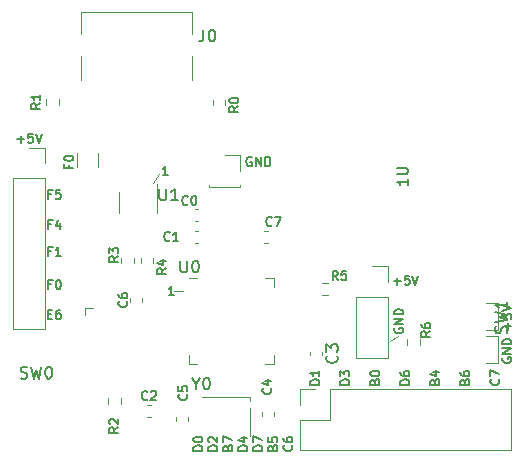
<source format=gbr>
G04 #@! TF.GenerationSoftware,KiCad,Pcbnew,(5.1.9)-1*
G04 #@! TF.CreationDate,2021-03-27T09:55:19-04:00*
G04 #@! TF.ProjectId,atmega32u4_demo,61746d65-6761-4333-9275-345f64656d6f,rev?*
G04 #@! TF.SameCoordinates,Original*
G04 #@! TF.FileFunction,Legend,Top*
G04 #@! TF.FilePolarity,Positive*
%FSLAX46Y46*%
G04 Gerber Fmt 4.6, Leading zero omitted, Abs format (unit mm)*
G04 Created by KiCad (PCBNEW (5.1.9)-1) date 2021-03-27 09:55:19*
%MOMM*%
%LPD*%
G01*
G04 APERTURE LIST*
%ADD10C,0.152400*%
%ADD11C,0.120000*%
%ADD12C,0.150000*%
%ADD13C,0.100000*%
%ADD14C,1.350000*%
%ADD15R,1.700000X1.700000*%
%ADD16O,1.700000X1.700000*%
%ADD17C,4.101600*%
%ADD18C,3.101600*%
%ADD19C,1.901600*%
%ADD20R,1.400000X1.200000*%
%ADD21R,0.650000X1.060000*%
%ADD22R,5.200000X5.200000*%
%ADD23R,0.600000X1.450000*%
%ADD24R,0.300000X1.450000*%
%ADD25O,1.000000X2.100000*%
%ADD26C,0.650000*%
%ADD27O,1.000000X1.600000*%
%ADD28C,0.787400*%
%ADD29C,0.990600*%
G04 APERTURE END LIST*
D10*
X185060045Y-86198528D02*
X185640617Y-86198528D01*
X185350331Y-86488814D02*
X185350331Y-85908242D01*
X186366331Y-85726814D02*
X186003474Y-85726814D01*
X185967188Y-86089671D01*
X186003474Y-86053385D01*
X186076045Y-86017100D01*
X186257474Y-86017100D01*
X186330045Y-86053385D01*
X186366331Y-86089671D01*
X186402617Y-86162242D01*
X186402617Y-86343671D01*
X186366331Y-86416242D01*
X186330045Y-86452528D01*
X186257474Y-86488814D01*
X186076045Y-86488814D01*
X186003474Y-86452528D01*
X185967188Y-86416242D01*
X186620331Y-85726814D02*
X186874331Y-86488814D01*
X187128331Y-85726814D01*
X208298142Y-112141000D02*
X208334428Y-112177285D01*
X208370714Y-112286142D01*
X208370714Y-112358714D01*
X208334428Y-112467571D01*
X208261857Y-112540142D01*
X208189285Y-112576428D01*
X208044142Y-112612714D01*
X207935285Y-112612714D01*
X207790142Y-112576428D01*
X207717571Y-112540142D01*
X207645000Y-112467571D01*
X207608714Y-112358714D01*
X207608714Y-112286142D01*
X207645000Y-112177285D01*
X207681285Y-112141000D01*
X207608714Y-111487857D02*
X207608714Y-111633000D01*
X207645000Y-111705571D01*
X207681285Y-111741857D01*
X207790142Y-111814428D01*
X207935285Y-111850714D01*
X208225571Y-111850714D01*
X208298142Y-111814428D01*
X208334428Y-111778142D01*
X208370714Y-111705571D01*
X208370714Y-111560428D01*
X208334428Y-111487857D01*
X208298142Y-111451571D01*
X208225571Y-111415285D01*
X208044142Y-111415285D01*
X207971571Y-111451571D01*
X207935285Y-111487857D01*
X207899000Y-111560428D01*
X207899000Y-111705571D01*
X207935285Y-111778142D01*
X207971571Y-111814428D01*
X208044142Y-111850714D01*
X206701571Y-112322428D02*
X206737857Y-112213571D01*
X206774142Y-112177285D01*
X206846714Y-112141000D01*
X206955571Y-112141000D01*
X207028142Y-112177285D01*
X207064428Y-112213571D01*
X207100714Y-112286142D01*
X207100714Y-112576428D01*
X206338714Y-112576428D01*
X206338714Y-112322428D01*
X206375000Y-112249857D01*
X206411285Y-112213571D01*
X206483857Y-112177285D01*
X206556428Y-112177285D01*
X206629000Y-112213571D01*
X206665285Y-112249857D01*
X206701571Y-112322428D01*
X206701571Y-112576428D01*
X206338714Y-111451571D02*
X206338714Y-111814428D01*
X206701571Y-111850714D01*
X206665285Y-111814428D01*
X206629000Y-111741857D01*
X206629000Y-111560428D01*
X206665285Y-111487857D01*
X206701571Y-111451571D01*
X206774142Y-111415285D01*
X206955571Y-111415285D01*
X207028142Y-111451571D01*
X207064428Y-111487857D01*
X207100714Y-111560428D01*
X207100714Y-111741857D01*
X207064428Y-111814428D01*
X207028142Y-111850714D01*
X205830714Y-112576428D02*
X205068714Y-112576428D01*
X205068714Y-112395000D01*
X205105000Y-112286142D01*
X205177571Y-112213571D01*
X205250142Y-112177285D01*
X205395285Y-112141000D01*
X205504142Y-112141000D01*
X205649285Y-112177285D01*
X205721857Y-112213571D01*
X205794428Y-112286142D01*
X205830714Y-112395000D01*
X205830714Y-112576428D01*
X205068714Y-111887000D02*
X205068714Y-111379000D01*
X205830714Y-111705571D01*
X204560714Y-112576428D02*
X203798714Y-112576428D01*
X203798714Y-112395000D01*
X203835000Y-112286142D01*
X203907571Y-112213571D01*
X203980142Y-112177285D01*
X204125285Y-112141000D01*
X204234142Y-112141000D01*
X204379285Y-112177285D01*
X204451857Y-112213571D01*
X204524428Y-112286142D01*
X204560714Y-112395000D01*
X204560714Y-112576428D01*
X204052714Y-111487857D02*
X204560714Y-111487857D01*
X203762428Y-111669285D02*
X204306714Y-111850714D01*
X204306714Y-111379000D01*
X202891571Y-112322428D02*
X202927857Y-112213571D01*
X202964142Y-112177285D01*
X203036714Y-112141000D01*
X203145571Y-112141000D01*
X203218142Y-112177285D01*
X203254428Y-112213571D01*
X203290714Y-112286142D01*
X203290714Y-112576428D01*
X202528714Y-112576428D01*
X202528714Y-112322428D01*
X202565000Y-112249857D01*
X202601285Y-112213571D01*
X202673857Y-112177285D01*
X202746428Y-112177285D01*
X202819000Y-112213571D01*
X202855285Y-112249857D01*
X202891571Y-112322428D01*
X202891571Y-112576428D01*
X202528714Y-111887000D02*
X202528714Y-111379000D01*
X203290714Y-111705571D01*
X202020714Y-112576428D02*
X201258714Y-112576428D01*
X201258714Y-112395000D01*
X201295000Y-112286142D01*
X201367571Y-112213571D01*
X201440142Y-112177285D01*
X201585285Y-112141000D01*
X201694142Y-112141000D01*
X201839285Y-112177285D01*
X201911857Y-112213571D01*
X201984428Y-112286142D01*
X202020714Y-112395000D01*
X202020714Y-112576428D01*
X201331285Y-111850714D02*
X201295000Y-111814428D01*
X201258714Y-111741857D01*
X201258714Y-111560428D01*
X201295000Y-111487857D01*
X201331285Y-111451571D01*
X201403857Y-111415285D01*
X201476428Y-111415285D01*
X201585285Y-111451571D01*
X202020714Y-111887000D01*
X202020714Y-111415285D01*
X200750714Y-112576428D02*
X199988714Y-112576428D01*
X199988714Y-112395000D01*
X200025000Y-112286142D01*
X200097571Y-112213571D01*
X200170142Y-112177285D01*
X200315285Y-112141000D01*
X200424142Y-112141000D01*
X200569285Y-112177285D01*
X200641857Y-112213571D01*
X200714428Y-112286142D01*
X200750714Y-112395000D01*
X200750714Y-112576428D01*
X199988714Y-111669285D02*
X199988714Y-111596714D01*
X200025000Y-111524142D01*
X200061285Y-111487857D01*
X200133857Y-111451571D01*
X200279000Y-111415285D01*
X200460428Y-111415285D01*
X200605571Y-111451571D01*
X200678142Y-111487857D01*
X200714428Y-111524142D01*
X200750714Y-111596714D01*
X200750714Y-111669285D01*
X200714428Y-111741857D01*
X200678142Y-111778142D01*
X200605571Y-111814428D01*
X200460428Y-111850714D01*
X200279000Y-111850714D01*
X200133857Y-111814428D01*
X200061285Y-111778142D01*
X200025000Y-111741857D01*
X199988714Y-111669285D01*
X215337571Y-106734428D02*
X215373857Y-106625571D01*
X215410142Y-106589285D01*
X215482714Y-106553000D01*
X215591571Y-106553000D01*
X215664142Y-106589285D01*
X215700428Y-106625571D01*
X215736714Y-106698142D01*
X215736714Y-106988428D01*
X214974714Y-106988428D01*
X214974714Y-106734428D01*
X215011000Y-106661857D01*
X215047285Y-106625571D01*
X215119857Y-106589285D01*
X215192428Y-106589285D01*
X215265000Y-106625571D01*
X215301285Y-106661857D01*
X215337571Y-106734428D01*
X215337571Y-106988428D01*
X214974714Y-106081285D02*
X214974714Y-106008714D01*
X215011000Y-105936142D01*
X215047285Y-105899857D01*
X215119857Y-105863571D01*
X215265000Y-105827285D01*
X215446428Y-105827285D01*
X215591571Y-105863571D01*
X215664142Y-105899857D01*
X215700428Y-105936142D01*
X215736714Y-106008714D01*
X215736714Y-106081285D01*
X215700428Y-106153857D01*
X215664142Y-106190142D01*
X215591571Y-106226428D01*
X215446428Y-106262714D01*
X215265000Y-106262714D01*
X215119857Y-106226428D01*
X215047285Y-106190142D01*
X215011000Y-106153857D01*
X214974714Y-106081285D01*
X226187000Y-104720571D02*
X226150714Y-104793142D01*
X226150714Y-104902000D01*
X226187000Y-105010857D01*
X226259571Y-105083428D01*
X226332142Y-105119714D01*
X226477285Y-105156000D01*
X226586142Y-105156000D01*
X226731285Y-105119714D01*
X226803857Y-105083428D01*
X226876428Y-105010857D01*
X226912714Y-104902000D01*
X226912714Y-104829428D01*
X226876428Y-104720571D01*
X226840142Y-104684285D01*
X226586142Y-104684285D01*
X226586142Y-104829428D01*
X226912714Y-104357714D02*
X226150714Y-104357714D01*
X226912714Y-103922285D01*
X226150714Y-103922285D01*
X226912714Y-103559428D02*
X226150714Y-103559428D01*
X226150714Y-103378000D01*
X226187000Y-103269142D01*
X226259571Y-103196571D01*
X226332142Y-103160285D01*
X226477285Y-103124000D01*
X226586142Y-103124000D01*
X226731285Y-103160285D01*
X226803857Y-103196571D01*
X226876428Y-103269142D01*
X226912714Y-103378000D01*
X226912714Y-103559428D01*
X226622428Y-102325714D02*
X226622428Y-101745142D01*
X226912714Y-102035428D02*
X226332142Y-102035428D01*
X226150714Y-101019428D02*
X226150714Y-101382285D01*
X226513571Y-101418571D01*
X226477285Y-101382285D01*
X226441000Y-101309714D01*
X226441000Y-101128285D01*
X226477285Y-101055714D01*
X226513571Y-101019428D01*
X226586142Y-100983142D01*
X226767571Y-100983142D01*
X226840142Y-101019428D01*
X226876428Y-101055714D01*
X226912714Y-101128285D01*
X226912714Y-101309714D01*
X226876428Y-101382285D01*
X226840142Y-101418571D01*
X226150714Y-100765428D02*
X226912714Y-100511428D01*
X226150714Y-100257428D01*
D11*
X225806000Y-100076000D02*
X224790000Y-100076000D01*
X225806000Y-102362000D02*
X225806000Y-100076000D01*
X224790000Y-102362000D02*
X225806000Y-102362000D01*
X225806000Y-102870000D02*
X224790000Y-102870000D01*
X225806000Y-105156000D02*
X225806000Y-102870000D01*
X224790000Y-105156000D02*
X225806000Y-105156000D01*
D10*
X225824142Y-106553000D02*
X225860428Y-106589285D01*
X225896714Y-106698142D01*
X225896714Y-106770714D01*
X225860428Y-106879571D01*
X225787857Y-106952142D01*
X225715285Y-106988428D01*
X225570142Y-107024714D01*
X225461285Y-107024714D01*
X225316142Y-106988428D01*
X225243571Y-106952142D01*
X225171000Y-106879571D01*
X225134714Y-106770714D01*
X225134714Y-106698142D01*
X225171000Y-106589285D01*
X225207285Y-106553000D01*
X225134714Y-106299000D02*
X225134714Y-105791000D01*
X225896714Y-106117571D01*
X222957571Y-106734428D02*
X222993857Y-106625571D01*
X223030142Y-106589285D01*
X223102714Y-106553000D01*
X223211571Y-106553000D01*
X223284142Y-106589285D01*
X223320428Y-106625571D01*
X223356714Y-106698142D01*
X223356714Y-106988428D01*
X222594714Y-106988428D01*
X222594714Y-106734428D01*
X222631000Y-106661857D01*
X222667285Y-106625571D01*
X222739857Y-106589285D01*
X222812428Y-106589285D01*
X222885000Y-106625571D01*
X222921285Y-106661857D01*
X222957571Y-106734428D01*
X222957571Y-106988428D01*
X222594714Y-105899857D02*
X222594714Y-106045000D01*
X222631000Y-106117571D01*
X222667285Y-106153857D01*
X222776142Y-106226428D01*
X222921285Y-106262714D01*
X223211571Y-106262714D01*
X223284142Y-106226428D01*
X223320428Y-106190142D01*
X223356714Y-106117571D01*
X223356714Y-105972428D01*
X223320428Y-105899857D01*
X223284142Y-105863571D01*
X223211571Y-105827285D01*
X223030142Y-105827285D01*
X222957571Y-105863571D01*
X222921285Y-105899857D01*
X222885000Y-105972428D01*
X222885000Y-106117571D01*
X222921285Y-106190142D01*
X222957571Y-106226428D01*
X223030142Y-106262714D01*
X220417571Y-106734428D02*
X220453857Y-106625571D01*
X220490142Y-106589285D01*
X220562714Y-106553000D01*
X220671571Y-106553000D01*
X220744142Y-106589285D01*
X220780428Y-106625571D01*
X220816714Y-106698142D01*
X220816714Y-106988428D01*
X220054714Y-106988428D01*
X220054714Y-106734428D01*
X220091000Y-106661857D01*
X220127285Y-106625571D01*
X220199857Y-106589285D01*
X220272428Y-106589285D01*
X220345000Y-106625571D01*
X220381285Y-106661857D01*
X220417571Y-106734428D01*
X220417571Y-106988428D01*
X220308714Y-105899857D02*
X220816714Y-105899857D01*
X220018428Y-106081285D02*
X220562714Y-106262714D01*
X220562714Y-105791000D01*
X218276714Y-106988428D02*
X217514714Y-106988428D01*
X217514714Y-106807000D01*
X217551000Y-106698142D01*
X217623571Y-106625571D01*
X217696142Y-106589285D01*
X217841285Y-106553000D01*
X217950142Y-106553000D01*
X218095285Y-106589285D01*
X218167857Y-106625571D01*
X218240428Y-106698142D01*
X218276714Y-106807000D01*
X218276714Y-106988428D01*
X217514714Y-105899857D02*
X217514714Y-106045000D01*
X217551000Y-106117571D01*
X217587285Y-106153857D01*
X217696142Y-106226428D01*
X217841285Y-106262714D01*
X218131571Y-106262714D01*
X218204142Y-106226428D01*
X218240428Y-106190142D01*
X218276714Y-106117571D01*
X218276714Y-105972428D01*
X218240428Y-105899857D01*
X218204142Y-105863571D01*
X218131571Y-105827285D01*
X217950142Y-105827285D01*
X217877571Y-105863571D01*
X217841285Y-105899857D01*
X217805000Y-105972428D01*
X217805000Y-106117571D01*
X217841285Y-106190142D01*
X217877571Y-106226428D01*
X217950142Y-106262714D01*
X213196714Y-106988428D02*
X212434714Y-106988428D01*
X212434714Y-106807000D01*
X212471000Y-106698142D01*
X212543571Y-106625571D01*
X212616142Y-106589285D01*
X212761285Y-106553000D01*
X212870142Y-106553000D01*
X213015285Y-106589285D01*
X213087857Y-106625571D01*
X213160428Y-106698142D01*
X213196714Y-106807000D01*
X213196714Y-106988428D01*
X212434714Y-106299000D02*
X212434714Y-105827285D01*
X212725000Y-106081285D01*
X212725000Y-105972428D01*
X212761285Y-105899857D01*
X212797571Y-105863571D01*
X212870142Y-105827285D01*
X213051571Y-105827285D01*
X213124142Y-105863571D01*
X213160428Y-105899857D01*
X213196714Y-105972428D01*
X213196714Y-106190142D01*
X213160428Y-106262714D01*
X213124142Y-106299000D01*
X210656714Y-106988428D02*
X209894714Y-106988428D01*
X209894714Y-106807000D01*
X209931000Y-106698142D01*
X210003571Y-106625571D01*
X210076142Y-106589285D01*
X210221285Y-106553000D01*
X210330142Y-106553000D01*
X210475285Y-106589285D01*
X210547857Y-106625571D01*
X210620428Y-106698142D01*
X210656714Y-106807000D01*
X210656714Y-106988428D01*
X210656714Y-105827285D02*
X210656714Y-106262714D01*
X210656714Y-106045000D02*
X209894714Y-106045000D01*
X210003571Y-106117571D01*
X210076142Y-106190142D01*
X210112428Y-106262714D01*
X204905428Y-87757000D02*
X204832857Y-87720714D01*
X204724000Y-87720714D01*
X204615142Y-87757000D01*
X204542571Y-87829571D01*
X204506285Y-87902142D01*
X204470000Y-88047285D01*
X204470000Y-88156142D01*
X204506285Y-88301285D01*
X204542571Y-88373857D01*
X204615142Y-88446428D01*
X204724000Y-88482714D01*
X204796571Y-88482714D01*
X204905428Y-88446428D01*
X204941714Y-88410142D01*
X204941714Y-88156142D01*
X204796571Y-88156142D01*
X205268285Y-88482714D02*
X205268285Y-87720714D01*
X205703714Y-88482714D01*
X205703714Y-87720714D01*
X206066571Y-88482714D02*
X206066571Y-87720714D01*
X206248000Y-87720714D01*
X206356857Y-87757000D01*
X206429428Y-87829571D01*
X206465714Y-87902142D01*
X206502000Y-88047285D01*
X206502000Y-88156142D01*
X206465714Y-88301285D01*
X206429428Y-88373857D01*
X206356857Y-88446428D01*
X206248000Y-88482714D01*
X206066571Y-88482714D01*
D11*
X196596000Y-89916000D02*
X197104000Y-89154000D01*
D10*
X197829714Y-89244714D02*
X197394285Y-89244714D01*
X197612000Y-89244714D02*
X197612000Y-88482714D01*
X197539428Y-88591571D01*
X197466857Y-88664142D01*
X197394285Y-88700428D01*
D11*
X199136000Y-99060000D02*
X198374000Y-99060000D01*
D10*
X198337714Y-99404714D02*
X197902285Y-99404714D01*
X198120000Y-99404714D02*
X198120000Y-98642714D01*
X198047428Y-98751571D01*
X197974857Y-98824142D01*
X197902285Y-98860428D01*
D11*
X217297000Y-102844600D02*
X216585800Y-103301800D01*
D10*
X217017600Y-102205971D02*
X216981314Y-102278542D01*
X216981314Y-102387400D01*
X217017600Y-102496257D01*
X217090171Y-102568828D01*
X217162742Y-102605114D01*
X217307885Y-102641400D01*
X217416742Y-102641400D01*
X217561885Y-102605114D01*
X217634457Y-102568828D01*
X217707028Y-102496257D01*
X217743314Y-102387400D01*
X217743314Y-102314828D01*
X217707028Y-102205971D01*
X217670742Y-102169685D01*
X217416742Y-102169685D01*
X217416742Y-102314828D01*
X217743314Y-101843114D02*
X216981314Y-101843114D01*
X217743314Y-101407685D01*
X216981314Y-101407685D01*
X217743314Y-101044828D02*
X216981314Y-101044828D01*
X216981314Y-100863400D01*
X217017600Y-100754542D01*
X217090171Y-100681971D01*
X217162742Y-100645685D01*
X217307885Y-100609400D01*
X217416742Y-100609400D01*
X217561885Y-100645685D01*
X217634457Y-100681971D01*
X217707028Y-100754542D01*
X217743314Y-100863400D01*
X217743314Y-101044828D01*
X216952285Y-98250828D02*
X217532857Y-98250828D01*
X217242571Y-98541114D02*
X217242571Y-97960542D01*
X218258571Y-97779114D02*
X217895714Y-97779114D01*
X217859428Y-98141971D01*
X217895714Y-98105685D01*
X217968285Y-98069400D01*
X218149714Y-98069400D01*
X218222285Y-98105685D01*
X218258571Y-98141971D01*
X218294857Y-98214542D01*
X218294857Y-98395971D01*
X218258571Y-98468542D01*
X218222285Y-98504828D01*
X218149714Y-98541114D01*
X217968285Y-98541114D01*
X217895714Y-98504828D01*
X217859428Y-98468542D01*
X218512571Y-97779114D02*
X218766571Y-98541114D01*
X219020571Y-97779114D01*
X187687857Y-101037571D02*
X187941857Y-101037571D01*
X188050714Y-101436714D02*
X187687857Y-101436714D01*
X187687857Y-100674714D01*
X188050714Y-100674714D01*
X188703857Y-100674714D02*
X188558714Y-100674714D01*
X188486142Y-100711000D01*
X188449857Y-100747285D01*
X188377285Y-100856142D01*
X188341000Y-101001285D01*
X188341000Y-101291571D01*
X188377285Y-101364142D01*
X188413571Y-101400428D01*
X188486142Y-101436714D01*
X188631285Y-101436714D01*
X188703857Y-101400428D01*
X188740142Y-101364142D01*
X188776428Y-101291571D01*
X188776428Y-101110142D01*
X188740142Y-101037571D01*
X188703857Y-101001285D01*
X188631285Y-100965000D01*
X188486142Y-100965000D01*
X188413571Y-101001285D01*
X188377285Y-101037571D01*
X188341000Y-101110142D01*
X187960000Y-98497571D02*
X187706000Y-98497571D01*
X187706000Y-98896714D02*
X187706000Y-98134714D01*
X188068857Y-98134714D01*
X188504285Y-98134714D02*
X188576857Y-98134714D01*
X188649428Y-98171000D01*
X188685714Y-98207285D01*
X188722000Y-98279857D01*
X188758285Y-98425000D01*
X188758285Y-98606428D01*
X188722000Y-98751571D01*
X188685714Y-98824142D01*
X188649428Y-98860428D01*
X188576857Y-98896714D01*
X188504285Y-98896714D01*
X188431714Y-98860428D01*
X188395428Y-98824142D01*
X188359142Y-98751571D01*
X188322857Y-98606428D01*
X188322857Y-98425000D01*
X188359142Y-98279857D01*
X188395428Y-98207285D01*
X188431714Y-98171000D01*
X188504285Y-98134714D01*
X187960000Y-95703571D02*
X187706000Y-95703571D01*
X187706000Y-96102714D02*
X187706000Y-95340714D01*
X188068857Y-95340714D01*
X188758285Y-96102714D02*
X188322857Y-96102714D01*
X188540571Y-96102714D02*
X188540571Y-95340714D01*
X188468000Y-95449571D01*
X188395428Y-95522142D01*
X188322857Y-95558428D01*
X187960000Y-93417571D02*
X187706000Y-93417571D01*
X187706000Y-93816714D02*
X187706000Y-93054714D01*
X188068857Y-93054714D01*
X188685714Y-93308714D02*
X188685714Y-93816714D01*
X188504285Y-93018428D02*
X188322857Y-93562714D01*
X188794571Y-93562714D01*
X187960000Y-90877571D02*
X187706000Y-90877571D01*
X187706000Y-91276714D02*
X187706000Y-90514714D01*
X188068857Y-90514714D01*
X188722000Y-90514714D02*
X188359142Y-90514714D01*
X188322857Y-90877571D01*
X188359142Y-90841285D01*
X188431714Y-90805000D01*
X188613142Y-90805000D01*
X188685714Y-90841285D01*
X188722000Y-90877571D01*
X188758285Y-90950142D01*
X188758285Y-91131571D01*
X188722000Y-91204142D01*
X188685714Y-91240428D01*
X188613142Y-91276714D01*
X188431714Y-91276714D01*
X188359142Y-91240428D01*
X188322857Y-91204142D01*
D11*
X202615800Y-87570000D02*
X203945800Y-87570000D01*
X203945800Y-87570000D02*
X203945800Y-88900000D01*
X203945800Y-90110000D02*
X203945800Y-90230000D01*
X201285800Y-90110000D02*
X201285800Y-90230000D01*
X201285800Y-90230000D02*
X203945800Y-90230000D01*
X208982000Y-108686600D02*
X208982000Y-107356600D01*
X208982000Y-107356600D02*
X210312000Y-107356600D01*
X208982000Y-109956600D02*
X211582000Y-109956600D01*
X211582000Y-109956600D02*
X211582000Y-107356600D01*
X211582000Y-107356600D02*
X226882000Y-107356600D01*
X226882000Y-112556600D02*
X226882000Y-107356600D01*
X208982000Y-112556600D02*
X226882000Y-112556600D01*
X208982000Y-112556600D02*
X208982000Y-109956600D01*
X186055000Y-86935000D02*
X187385000Y-86935000D01*
X187385000Y-86935000D02*
X187385000Y-88265000D01*
X187385000Y-89535000D02*
X187385000Y-102295000D01*
X184725000Y-102295000D02*
X187385000Y-102295000D01*
X184725000Y-89535000D02*
X184725000Y-102295000D01*
X184725000Y-89535000D02*
X187385000Y-89535000D01*
X218095300Y-103166142D02*
X218095300Y-103640658D01*
X219140300Y-103166142D02*
X219140300Y-103640658D01*
X206261580Y-93952600D02*
X205980420Y-93952600D01*
X206261580Y-94972600D02*
X205980420Y-94972600D01*
X204742800Y-108052600D02*
X200742800Y-108052600D01*
X204742800Y-111352600D02*
X204742800Y-108052600D01*
X196859800Y-92492400D02*
X196859800Y-90042400D01*
X193639800Y-90692400D02*
X193639800Y-92492400D01*
X200315000Y-97990000D02*
X199590000Y-97990000D01*
X206810000Y-105210000D02*
X206810000Y-104485000D01*
X206085000Y-105210000D02*
X206810000Y-105210000D01*
X199590000Y-105210000D02*
X199590000Y-104485000D01*
X200315000Y-105210000D02*
X199590000Y-105210000D01*
X206810000Y-97990000D02*
X206810000Y-98715000D01*
X206085000Y-97990000D02*
X206810000Y-97990000D01*
X211336658Y-98385100D02*
X210862142Y-98385100D01*
X211336658Y-99430100D02*
X210862142Y-99430100D01*
X196585100Y-96731858D02*
X196585100Y-96257342D01*
X195540100Y-96731858D02*
X195540100Y-96257342D01*
X194934100Y-96731858D02*
X194934100Y-96257342D01*
X193889100Y-96731858D02*
X193889100Y-96257342D01*
X193816500Y-108593658D02*
X193816500Y-108119142D01*
X192771500Y-108593658D02*
X192771500Y-108119142D01*
X187539100Y-82846142D02*
X187539100Y-83320658D01*
X188584100Y-82846142D02*
X188584100Y-83320658D01*
X201636100Y-82871542D02*
X201636100Y-83346058D01*
X202681100Y-82871542D02*
X202681100Y-83346058D01*
X215087200Y-96968000D02*
X216417200Y-96968000D01*
X216417200Y-96968000D02*
X216417200Y-98298000D01*
X216417200Y-99568000D02*
X216417200Y-104708000D01*
X213757200Y-104708000D02*
X216417200Y-104708000D01*
X213757200Y-99568000D02*
X213757200Y-104708000D01*
X213757200Y-99568000D02*
X216417200Y-99568000D01*
X199899000Y-75398800D02*
X190499000Y-75398800D01*
X190499000Y-81198800D02*
X190499000Y-79198800D01*
X190499000Y-77298800D02*
X190499000Y-75398800D01*
X199899000Y-81198800D02*
X199899000Y-79198800D01*
X199899000Y-77298800D02*
X199899000Y-75398800D01*
X190804800Y-101117400D02*
X190804800Y-100482400D01*
X190804800Y-100482400D02*
X191439800Y-100482400D01*
X191915000Y-88587664D02*
X191915000Y-87383536D01*
X190095000Y-88587664D02*
X190095000Y-87383536D01*
X195607400Y-99962580D02*
X195607400Y-99681420D01*
X194587400Y-99962580D02*
X194587400Y-99681420D01*
X199544400Y-110046380D02*
X199544400Y-109765220D01*
X198524400Y-110046380D02*
X198524400Y-109765220D01*
X205763400Y-109333420D02*
X205763400Y-109614580D01*
X206783400Y-109333420D02*
X206783400Y-109614580D01*
X209827400Y-104228020D02*
X209827400Y-104509180D01*
X210847400Y-104228020D02*
X210847400Y-104509180D01*
X196074420Y-109704600D02*
X196355580Y-109704600D01*
X196074420Y-108684600D02*
X196355580Y-108684600D01*
X200113020Y-94972600D02*
X200394180Y-94972600D01*
X200113020Y-93952600D02*
X200394180Y-93952600D01*
X200087620Y-93169200D02*
X200368780Y-93169200D01*
X200087620Y-92149200D02*
X200368780Y-92149200D01*
D12*
X226490161Y-102628533D02*
X226537780Y-102485676D01*
X226537780Y-102247580D01*
X226490161Y-102152342D01*
X226442542Y-102104723D01*
X226347304Y-102057104D01*
X226252066Y-102057104D01*
X226156828Y-102104723D01*
X226109209Y-102152342D01*
X226061590Y-102247580D01*
X226013971Y-102438057D01*
X225966352Y-102533295D01*
X225918733Y-102580914D01*
X225823495Y-102628533D01*
X225728257Y-102628533D01*
X225633019Y-102580914D01*
X225585400Y-102533295D01*
X225537780Y-102438057D01*
X225537780Y-102199961D01*
X225585400Y-102057104D01*
X225537780Y-101723771D02*
X226537780Y-101485676D01*
X225823495Y-101295200D01*
X226537780Y-101104723D01*
X225537780Y-100866628D01*
X226537780Y-99961866D02*
X226537780Y-100533295D01*
X226537780Y-100247580D02*
X225537780Y-100247580D01*
X225680638Y-100342819D01*
X225775876Y-100438057D01*
X225823495Y-100533295D01*
D10*
X220054714Y-102489000D02*
X219691857Y-102743000D01*
X220054714Y-102924428D02*
X219292714Y-102924428D01*
X219292714Y-102634142D01*
X219329000Y-102561571D01*
X219365285Y-102525285D01*
X219437857Y-102489000D01*
X219546714Y-102489000D01*
X219619285Y-102525285D01*
X219655571Y-102561571D01*
X219691857Y-102634142D01*
X219691857Y-102924428D01*
X219292714Y-101835857D02*
X219292714Y-101981000D01*
X219329000Y-102053571D01*
X219365285Y-102089857D01*
X219474142Y-102162428D01*
X219619285Y-102198714D01*
X219909571Y-102198714D01*
X219982142Y-102162428D01*
X220018428Y-102126142D01*
X220054714Y-102053571D01*
X220054714Y-101908428D01*
X220018428Y-101835857D01*
X219982142Y-101799571D01*
X219909571Y-101763285D01*
X219728142Y-101763285D01*
X219655571Y-101799571D01*
X219619285Y-101835857D01*
X219583000Y-101908428D01*
X219583000Y-102053571D01*
X219619285Y-102126142D01*
X219655571Y-102162428D01*
X219728142Y-102198714D01*
X218130966Y-89540926D02*
X218130966Y-90048926D01*
X218130966Y-89794926D02*
X217241966Y-89794926D01*
X217368966Y-89879593D01*
X217453633Y-89964260D01*
X217495966Y-90048926D01*
X217241966Y-89159926D02*
X217961633Y-89159926D01*
X218046300Y-89117593D01*
X218088633Y-89075260D01*
X218130966Y-88990593D01*
X218130966Y-88821260D01*
X218088633Y-88736593D01*
X218046300Y-88694260D01*
X217961633Y-88651926D01*
X217241966Y-88651926D01*
D12*
X185356666Y-106424361D02*
X185499523Y-106471980D01*
X185737619Y-106471980D01*
X185832857Y-106424361D01*
X185880476Y-106376742D01*
X185928095Y-106281504D01*
X185928095Y-106186266D01*
X185880476Y-106091028D01*
X185832857Y-106043409D01*
X185737619Y-105995790D01*
X185547142Y-105948171D01*
X185451904Y-105900552D01*
X185404285Y-105852933D01*
X185356666Y-105757695D01*
X185356666Y-105662457D01*
X185404285Y-105567219D01*
X185451904Y-105519600D01*
X185547142Y-105471980D01*
X185785238Y-105471980D01*
X185928095Y-105519600D01*
X186261428Y-105471980D02*
X186499523Y-106471980D01*
X186690000Y-105757695D01*
X186880476Y-106471980D01*
X187118571Y-105471980D01*
X187690000Y-105471980D02*
X187785238Y-105471980D01*
X187880476Y-105519600D01*
X187928095Y-105567219D01*
X187975714Y-105662457D01*
X188023333Y-105852933D01*
X188023333Y-106091028D01*
X187975714Y-106281504D01*
X187928095Y-106376742D01*
X187880476Y-106424361D01*
X187785238Y-106471980D01*
X187690000Y-106471980D01*
X187594761Y-106424361D01*
X187547142Y-106376742D01*
X187499523Y-106281504D01*
X187451904Y-106091028D01*
X187451904Y-105852933D01*
X187499523Y-105662457D01*
X187547142Y-105567219D01*
X187594761Y-105519600D01*
X187690000Y-105471980D01*
D10*
X206629000Y-93490142D02*
X206592714Y-93526428D01*
X206483857Y-93562714D01*
X206411285Y-93562714D01*
X206302428Y-93526428D01*
X206229857Y-93453857D01*
X206193571Y-93381285D01*
X206157285Y-93236142D01*
X206157285Y-93127285D01*
X206193571Y-92982142D01*
X206229857Y-92909571D01*
X206302428Y-92837000D01*
X206411285Y-92800714D01*
X206483857Y-92800714D01*
X206592714Y-92837000D01*
X206629000Y-92873285D01*
X206883000Y-92800714D02*
X207391000Y-92800714D01*
X207064428Y-93562714D01*
D12*
X200183809Y-106910190D02*
X200183809Y-107386380D01*
X199850476Y-106386380D02*
X200183809Y-106910190D01*
X200517142Y-106386380D01*
X201040952Y-106386380D02*
X201136190Y-106386380D01*
X201231428Y-106434000D01*
X201279047Y-106481619D01*
X201326666Y-106576857D01*
X201374285Y-106767333D01*
X201374285Y-107005428D01*
X201326666Y-107195904D01*
X201279047Y-107291142D01*
X201231428Y-107338761D01*
X201136190Y-107386380D01*
X201040952Y-107386380D01*
X200945714Y-107338761D01*
X200898095Y-107291142D01*
X200850476Y-107195904D01*
X200802857Y-107005428D01*
X200802857Y-106767333D01*
X200850476Y-106576857D01*
X200898095Y-106481619D01*
X200945714Y-106434000D01*
X201040952Y-106386380D01*
X197104095Y-90384380D02*
X197104095Y-91193904D01*
X197151714Y-91289142D01*
X197199333Y-91336761D01*
X197294571Y-91384380D01*
X197485047Y-91384380D01*
X197580285Y-91336761D01*
X197627904Y-91289142D01*
X197675523Y-91193904D01*
X197675523Y-90384380D01*
X198675523Y-91384380D02*
X198104095Y-91384380D01*
X198389809Y-91384380D02*
X198389809Y-90384380D01*
X198294571Y-90527238D01*
X198199333Y-90622476D01*
X198104095Y-90670095D01*
X198882095Y-96480380D02*
X198882095Y-97289904D01*
X198929714Y-97385142D01*
X198977333Y-97432761D01*
X199072571Y-97480380D01*
X199263047Y-97480380D01*
X199358285Y-97432761D01*
X199405904Y-97385142D01*
X199453523Y-97289904D01*
X199453523Y-96480380D01*
X200120190Y-96480380D02*
X200215428Y-96480380D01*
X200310666Y-96528000D01*
X200358285Y-96575619D01*
X200405904Y-96670857D01*
X200453523Y-96861333D01*
X200453523Y-97099428D01*
X200405904Y-97289904D01*
X200358285Y-97385142D01*
X200310666Y-97432761D01*
X200215428Y-97480380D01*
X200120190Y-97480380D01*
X200024952Y-97432761D01*
X199977333Y-97385142D01*
X199929714Y-97289904D01*
X199882095Y-97099428D01*
X199882095Y-96861333D01*
X199929714Y-96670857D01*
X199977333Y-96575619D01*
X200024952Y-96528000D01*
X200120190Y-96480380D01*
D10*
X212217000Y-98134714D02*
X211963000Y-97771857D01*
X211781571Y-98134714D02*
X211781571Y-97372714D01*
X212071857Y-97372714D01*
X212144428Y-97409000D01*
X212180714Y-97445285D01*
X212217000Y-97517857D01*
X212217000Y-97626714D01*
X212180714Y-97699285D01*
X212144428Y-97735571D01*
X212071857Y-97771857D01*
X211781571Y-97771857D01*
X212906428Y-97372714D02*
X212543571Y-97372714D01*
X212507285Y-97735571D01*
X212543571Y-97699285D01*
X212616142Y-97663000D01*
X212797571Y-97663000D01*
X212870142Y-97699285D01*
X212906428Y-97735571D01*
X212942714Y-97808142D01*
X212942714Y-97989571D01*
X212906428Y-98062142D01*
X212870142Y-98098428D01*
X212797571Y-98134714D01*
X212616142Y-98134714D01*
X212543571Y-98098428D01*
X212507285Y-98062142D01*
X197702714Y-97155000D02*
X197339857Y-97409000D01*
X197702714Y-97590428D02*
X196940714Y-97590428D01*
X196940714Y-97300142D01*
X196977000Y-97227571D01*
X197013285Y-97191285D01*
X197085857Y-97155000D01*
X197194714Y-97155000D01*
X197267285Y-97191285D01*
X197303571Y-97227571D01*
X197339857Y-97300142D01*
X197339857Y-97590428D01*
X197194714Y-96501857D02*
X197702714Y-96501857D01*
X196904428Y-96683285D02*
X197448714Y-96864714D01*
X197448714Y-96393000D01*
X193638714Y-96139000D02*
X193275857Y-96393000D01*
X193638714Y-96574428D02*
X192876714Y-96574428D01*
X192876714Y-96284142D01*
X192913000Y-96211571D01*
X192949285Y-96175285D01*
X193021857Y-96139000D01*
X193130714Y-96139000D01*
X193203285Y-96175285D01*
X193239571Y-96211571D01*
X193275857Y-96284142D01*
X193275857Y-96574428D01*
X192876714Y-95885000D02*
X192876714Y-95413285D01*
X193167000Y-95667285D01*
X193167000Y-95558428D01*
X193203285Y-95485857D01*
X193239571Y-95449571D01*
X193312142Y-95413285D01*
X193493571Y-95413285D01*
X193566142Y-95449571D01*
X193602428Y-95485857D01*
X193638714Y-95558428D01*
X193638714Y-95776142D01*
X193602428Y-95848714D01*
X193566142Y-95885000D01*
X193638714Y-110617000D02*
X193275857Y-110871000D01*
X193638714Y-111052428D02*
X192876714Y-111052428D01*
X192876714Y-110762142D01*
X192913000Y-110689571D01*
X192949285Y-110653285D01*
X193021857Y-110617000D01*
X193130714Y-110617000D01*
X193203285Y-110653285D01*
X193239571Y-110689571D01*
X193275857Y-110762142D01*
X193275857Y-111052428D01*
X192949285Y-110326714D02*
X192913000Y-110290428D01*
X192876714Y-110217857D01*
X192876714Y-110036428D01*
X192913000Y-109963857D01*
X192949285Y-109927571D01*
X193021857Y-109891285D01*
X193094428Y-109891285D01*
X193203285Y-109927571D01*
X193638714Y-110363000D01*
X193638714Y-109891285D01*
X187034714Y-83185000D02*
X186671857Y-83439000D01*
X187034714Y-83620428D02*
X186272714Y-83620428D01*
X186272714Y-83330142D01*
X186309000Y-83257571D01*
X186345285Y-83221285D01*
X186417857Y-83185000D01*
X186526714Y-83185000D01*
X186599285Y-83221285D01*
X186635571Y-83257571D01*
X186671857Y-83330142D01*
X186671857Y-83620428D01*
X187034714Y-82459285D02*
X187034714Y-82894714D01*
X187034714Y-82677000D02*
X186272714Y-82677000D01*
X186381571Y-82749571D01*
X186454142Y-82822142D01*
X186490428Y-82894714D01*
X203798714Y-83439000D02*
X203435857Y-83693000D01*
X203798714Y-83874428D02*
X203036714Y-83874428D01*
X203036714Y-83584142D01*
X203073000Y-83511571D01*
X203109285Y-83475285D01*
X203181857Y-83439000D01*
X203290714Y-83439000D01*
X203363285Y-83475285D01*
X203399571Y-83511571D01*
X203435857Y-83584142D01*
X203435857Y-83874428D01*
X203036714Y-82967285D02*
X203036714Y-82894714D01*
X203073000Y-82822142D01*
X203109285Y-82785857D01*
X203181857Y-82749571D01*
X203327000Y-82713285D01*
X203508428Y-82713285D01*
X203653571Y-82749571D01*
X203726142Y-82785857D01*
X203762428Y-82822142D01*
X203798714Y-82894714D01*
X203798714Y-82967285D01*
X203762428Y-83039857D01*
X203726142Y-83076142D01*
X203653571Y-83112428D01*
X203508428Y-83148714D01*
X203327000Y-83148714D01*
X203181857Y-83112428D01*
X203109285Y-83076142D01*
X203073000Y-83039857D01*
X203036714Y-82967285D01*
D12*
X200834666Y-76922380D02*
X200834666Y-77636666D01*
X200787047Y-77779523D01*
X200691809Y-77874761D01*
X200548952Y-77922380D01*
X200453714Y-77922380D01*
X201501333Y-76922380D02*
X201596571Y-76922380D01*
X201691809Y-76970000D01*
X201739428Y-77017619D01*
X201787047Y-77112857D01*
X201834666Y-77303333D01*
X201834666Y-77541428D01*
X201787047Y-77731904D01*
X201739428Y-77827142D01*
X201691809Y-77874761D01*
X201596571Y-77922380D01*
X201501333Y-77922380D01*
X201406095Y-77874761D01*
X201358476Y-77827142D01*
X201310857Y-77731904D01*
X201263238Y-77541428D01*
X201263238Y-77303333D01*
X201310857Y-77112857D01*
X201358476Y-77017619D01*
X201406095Y-76970000D01*
X201501333Y-76922380D01*
D10*
X189429571Y-88392000D02*
X189429571Y-88646000D01*
X189828714Y-88646000D02*
X189066714Y-88646000D01*
X189066714Y-88283142D01*
X189066714Y-87847714D02*
X189066714Y-87775142D01*
X189103000Y-87702571D01*
X189139285Y-87666285D01*
X189211857Y-87630000D01*
X189357000Y-87593714D01*
X189538428Y-87593714D01*
X189683571Y-87630000D01*
X189756142Y-87666285D01*
X189792428Y-87702571D01*
X189828714Y-87775142D01*
X189828714Y-87847714D01*
X189792428Y-87920285D01*
X189756142Y-87956571D01*
X189683571Y-87992857D01*
X189538428Y-88029142D01*
X189357000Y-88029142D01*
X189211857Y-87992857D01*
X189139285Y-87956571D01*
X189103000Y-87920285D01*
X189066714Y-87847714D01*
X194328142Y-99949000D02*
X194364428Y-99985285D01*
X194400714Y-100094142D01*
X194400714Y-100166714D01*
X194364428Y-100275571D01*
X194291857Y-100348142D01*
X194219285Y-100384428D01*
X194074142Y-100420714D01*
X193965285Y-100420714D01*
X193820142Y-100384428D01*
X193747571Y-100348142D01*
X193675000Y-100275571D01*
X193638714Y-100166714D01*
X193638714Y-100094142D01*
X193675000Y-99985285D01*
X193711285Y-99949000D01*
X193638714Y-99295857D02*
X193638714Y-99441000D01*
X193675000Y-99513571D01*
X193711285Y-99549857D01*
X193820142Y-99622428D01*
X193965285Y-99658714D01*
X194255571Y-99658714D01*
X194328142Y-99622428D01*
X194364428Y-99586142D01*
X194400714Y-99513571D01*
X194400714Y-99368428D01*
X194364428Y-99295857D01*
X194328142Y-99259571D01*
X194255571Y-99223285D01*
X194074142Y-99223285D01*
X194001571Y-99259571D01*
X193965285Y-99295857D01*
X193929000Y-99368428D01*
X193929000Y-99513571D01*
X193965285Y-99586142D01*
X194001571Y-99622428D01*
X194074142Y-99658714D01*
X199408142Y-107823000D02*
X199444428Y-107859285D01*
X199480714Y-107968142D01*
X199480714Y-108040714D01*
X199444428Y-108149571D01*
X199371857Y-108222142D01*
X199299285Y-108258428D01*
X199154142Y-108294714D01*
X199045285Y-108294714D01*
X198900142Y-108258428D01*
X198827571Y-108222142D01*
X198755000Y-108149571D01*
X198718714Y-108040714D01*
X198718714Y-107968142D01*
X198755000Y-107859285D01*
X198791285Y-107823000D01*
X198718714Y-107133571D02*
X198718714Y-107496428D01*
X199081571Y-107532714D01*
X199045285Y-107496428D01*
X199009000Y-107423857D01*
X199009000Y-107242428D01*
X199045285Y-107169857D01*
X199081571Y-107133571D01*
X199154142Y-107097285D01*
X199335571Y-107097285D01*
X199408142Y-107133571D01*
X199444428Y-107169857D01*
X199480714Y-107242428D01*
X199480714Y-107423857D01*
X199444428Y-107496428D01*
X199408142Y-107532714D01*
X206520142Y-107315000D02*
X206556428Y-107351285D01*
X206592714Y-107460142D01*
X206592714Y-107532714D01*
X206556428Y-107641571D01*
X206483857Y-107714142D01*
X206411285Y-107750428D01*
X206266142Y-107786714D01*
X206157285Y-107786714D01*
X206012142Y-107750428D01*
X205939571Y-107714142D01*
X205867000Y-107641571D01*
X205830714Y-107532714D01*
X205830714Y-107460142D01*
X205867000Y-107351285D01*
X205903285Y-107315000D01*
X206084714Y-106661857D02*
X206592714Y-106661857D01*
X205794428Y-106843285D02*
X206338714Y-107024714D01*
X206338714Y-106553000D01*
D12*
X212124542Y-104535266D02*
X212172161Y-104582885D01*
X212219780Y-104725742D01*
X212219780Y-104820980D01*
X212172161Y-104963838D01*
X212076923Y-105059076D01*
X211981685Y-105106695D01*
X211791209Y-105154314D01*
X211648352Y-105154314D01*
X211457876Y-105106695D01*
X211362638Y-105059076D01*
X211267400Y-104963838D01*
X211219780Y-104820980D01*
X211219780Y-104725742D01*
X211267400Y-104582885D01*
X211315019Y-104535266D01*
X211219780Y-104201933D02*
X211219780Y-103582885D01*
X211600733Y-103916219D01*
X211600733Y-103773361D01*
X211648352Y-103678123D01*
X211695971Y-103630504D01*
X211791209Y-103582885D01*
X212029304Y-103582885D01*
X212124542Y-103630504D01*
X212172161Y-103678123D01*
X212219780Y-103773361D01*
X212219780Y-104059076D01*
X212172161Y-104154314D01*
X212124542Y-104201933D01*
D10*
X196088000Y-108222142D02*
X196051714Y-108258428D01*
X195942857Y-108294714D01*
X195870285Y-108294714D01*
X195761428Y-108258428D01*
X195688857Y-108185857D01*
X195652571Y-108113285D01*
X195616285Y-107968142D01*
X195616285Y-107859285D01*
X195652571Y-107714142D01*
X195688857Y-107641571D01*
X195761428Y-107569000D01*
X195870285Y-107532714D01*
X195942857Y-107532714D01*
X196051714Y-107569000D01*
X196088000Y-107605285D01*
X196378285Y-107605285D02*
X196414571Y-107569000D01*
X196487142Y-107532714D01*
X196668571Y-107532714D01*
X196741142Y-107569000D01*
X196777428Y-107605285D01*
X196813714Y-107677857D01*
X196813714Y-107750428D01*
X196777428Y-107859285D01*
X196342000Y-108294714D01*
X196813714Y-108294714D01*
X197993000Y-94760142D02*
X197956714Y-94796428D01*
X197847857Y-94832714D01*
X197775285Y-94832714D01*
X197666428Y-94796428D01*
X197593857Y-94723857D01*
X197557571Y-94651285D01*
X197521285Y-94506142D01*
X197521285Y-94397285D01*
X197557571Y-94252142D01*
X197593857Y-94179571D01*
X197666428Y-94107000D01*
X197775285Y-94070714D01*
X197847857Y-94070714D01*
X197956714Y-94107000D01*
X197993000Y-94143285D01*
X198718714Y-94832714D02*
X198283285Y-94832714D01*
X198501000Y-94832714D02*
X198501000Y-94070714D01*
X198428428Y-94179571D01*
X198355857Y-94252142D01*
X198283285Y-94288428D01*
X199517000Y-91712142D02*
X199480714Y-91748428D01*
X199371857Y-91784714D01*
X199299285Y-91784714D01*
X199190428Y-91748428D01*
X199117857Y-91675857D01*
X199081571Y-91603285D01*
X199045285Y-91458142D01*
X199045285Y-91349285D01*
X199081571Y-91204142D01*
X199117857Y-91131571D01*
X199190428Y-91059000D01*
X199299285Y-91022714D01*
X199371857Y-91022714D01*
X199480714Y-91059000D01*
X199517000Y-91095285D01*
X199988714Y-91022714D02*
X200061285Y-91022714D01*
X200133857Y-91059000D01*
X200170142Y-91095285D01*
X200206428Y-91167857D01*
X200242714Y-91313000D01*
X200242714Y-91494428D01*
X200206428Y-91639571D01*
X200170142Y-91712142D01*
X200133857Y-91748428D01*
X200061285Y-91784714D01*
X199988714Y-91784714D01*
X199916142Y-91748428D01*
X199879857Y-91712142D01*
X199843571Y-91639571D01*
X199807285Y-91494428D01*
X199807285Y-91313000D01*
X199843571Y-91167857D01*
X199879857Y-91095285D01*
X199916142Y-91059000D01*
X199988714Y-91022714D01*
%LPC*%
D13*
G36*
X200990200Y-110896400D02*
G01*
X199440800Y-110896400D01*
X199440800Y-110464600D01*
X200990200Y-110464600D01*
X200990200Y-110896400D01*
G37*
X200990200Y-110896400D02*
X199440800Y-110896400D01*
X199440800Y-110464600D01*
X200990200Y-110464600D01*
X200990200Y-110896400D01*
G36*
X205841600Y-108915200D02*
G01*
X204419200Y-108915200D01*
X204444600Y-108864400D01*
X204419200Y-108483400D01*
X205841600Y-108483400D01*
X205841600Y-108915200D01*
G37*
X205841600Y-108915200D02*
X204419200Y-108915200D01*
X204444600Y-108864400D01*
X204419200Y-108483400D01*
X205841600Y-108483400D01*
X205841600Y-108915200D01*
D14*
X221431800Y-105090600D03*
X221431800Y-102590600D03*
X221431800Y-100090600D03*
X223931800Y-105090600D03*
X223931800Y-102590600D03*
X223931800Y-100090600D03*
D15*
X202615800Y-88900000D03*
D16*
X225552000Y-111226600D03*
X225552000Y-108686600D03*
X223012000Y-111226600D03*
X223012000Y-108686600D03*
X220472000Y-111226600D03*
X220472000Y-108686600D03*
X217932000Y-111226600D03*
X217932000Y-108686600D03*
X215392000Y-111226600D03*
X215392000Y-108686600D03*
X212852000Y-111226600D03*
X212852000Y-108686600D03*
X210312000Y-111226600D03*
G36*
G01*
X210908700Y-109536600D02*
X209715300Y-109536600D01*
G75*
G02*
X209462000Y-109283300I0J253300D01*
G01*
X209462000Y-108089900D01*
G75*
G02*
X209715300Y-107836600I253300J0D01*
G01*
X210908700Y-107836600D01*
G75*
G02*
X211162000Y-108089900I0J-253300D01*
G01*
X211162000Y-109283300D01*
G75*
G02*
X210908700Y-109536600I-253300J0D01*
G01*
G37*
X186055000Y-100965000D03*
X186055000Y-98425000D03*
X186055000Y-95885000D03*
X186055000Y-93345000D03*
X186055000Y-90805000D03*
D15*
X186055000Y-88265000D03*
G36*
G01*
X218342800Y-103828400D02*
X218892800Y-103828400D01*
G75*
G02*
X219092800Y-104028400I0J-200000D01*
G01*
X219092800Y-104428400D01*
G75*
G02*
X218892800Y-104628400I-200000J0D01*
G01*
X218342800Y-104628400D01*
G75*
G02*
X218142800Y-104428400I0J200000D01*
G01*
X218142800Y-104028400D01*
G75*
G02*
X218342800Y-103828400I200000J0D01*
G01*
G37*
G36*
G01*
X218342800Y-102178400D02*
X218892800Y-102178400D01*
G75*
G02*
X219092800Y-102378400I0J-200000D01*
G01*
X219092800Y-102778400D01*
G75*
G02*
X218892800Y-102978400I-200000J0D01*
G01*
X218342800Y-102978400D01*
G75*
G02*
X218142800Y-102778400I0J200000D01*
G01*
X218142800Y-102378400D01*
G75*
G02*
X218342800Y-102178400I200000J0D01*
G01*
G37*
D17*
X217728800Y-85801200D03*
D18*
X213918800Y-83261200D03*
X220268800Y-80721200D03*
D19*
X212648800Y-85801200D03*
X222808800Y-85801200D03*
G36*
G01*
X189893400Y-108545400D02*
X189893400Y-107253000D01*
G75*
G02*
X190147200Y-106999200I253800J0D01*
G01*
X190989600Y-106999200D01*
G75*
G02*
X191243400Y-107253000I0J-253800D01*
G01*
X191243400Y-108545400D01*
G75*
G02*
X190989600Y-108799200I-253800J0D01*
G01*
X190147200Y-108799200D01*
G75*
G02*
X189893400Y-108545400I0J253800D01*
G01*
G37*
G36*
G01*
X185743400Y-108545400D02*
X185743400Y-107253000D01*
G75*
G02*
X185997200Y-106999200I253800J0D01*
G01*
X186839600Y-106999200D01*
G75*
G02*
X187093400Y-107253000I0J-253800D01*
G01*
X187093400Y-108545400D01*
G75*
G02*
X186839600Y-108799200I-253800J0D01*
G01*
X185997200Y-108799200D01*
G75*
G02*
X185743400Y-108545400I0J253800D01*
G01*
G37*
G36*
G01*
X205796000Y-94212600D02*
X205796000Y-94712600D01*
G75*
G02*
X205571000Y-94937600I-225000J0D01*
G01*
X205121000Y-94937600D01*
G75*
G02*
X204896000Y-94712600I0J225000D01*
G01*
X204896000Y-94212600D01*
G75*
G02*
X205121000Y-93987600I225000J0D01*
G01*
X205571000Y-93987600D01*
G75*
G02*
X205796000Y-94212600I0J-225000D01*
G01*
G37*
G36*
G01*
X207346000Y-94212600D02*
X207346000Y-94712600D01*
G75*
G02*
X207121000Y-94937600I-225000J0D01*
G01*
X206671000Y-94937600D01*
G75*
G02*
X206446000Y-94712600I0J225000D01*
G01*
X206446000Y-94212600D01*
G75*
G02*
X206671000Y-93987600I225000J0D01*
G01*
X207121000Y-93987600D01*
G75*
G02*
X207346000Y-94212600I0J-225000D01*
G01*
G37*
D20*
X203842800Y-110552600D03*
X201642800Y-110552600D03*
X201642800Y-108852600D03*
X203842800Y-108852600D03*
D21*
X195249800Y-92692400D03*
X196199800Y-92692400D03*
X194299800Y-92692400D03*
X194299800Y-90492400D03*
X195249800Y-90492400D03*
X196199800Y-90492400D03*
D22*
X203200000Y-101600000D03*
G36*
G01*
X200575000Y-98737500D02*
X200575000Y-97787500D01*
G75*
G02*
X200637500Y-97725000I62500J0D01*
G01*
X200762500Y-97725000D01*
G75*
G02*
X200825000Y-97787500I0J-62500D01*
G01*
X200825000Y-98737500D01*
G75*
G02*
X200762500Y-98800000I-62500J0D01*
G01*
X200637500Y-98800000D01*
G75*
G02*
X200575000Y-98737500I0J62500D01*
G01*
G37*
G36*
G01*
X201075000Y-98737500D02*
X201075000Y-97787500D01*
G75*
G02*
X201137500Y-97725000I62500J0D01*
G01*
X201262500Y-97725000D01*
G75*
G02*
X201325000Y-97787500I0J-62500D01*
G01*
X201325000Y-98737500D01*
G75*
G02*
X201262500Y-98800000I-62500J0D01*
G01*
X201137500Y-98800000D01*
G75*
G02*
X201075000Y-98737500I0J62500D01*
G01*
G37*
G36*
G01*
X201575000Y-98737500D02*
X201575000Y-97787500D01*
G75*
G02*
X201637500Y-97725000I62500J0D01*
G01*
X201762500Y-97725000D01*
G75*
G02*
X201825000Y-97787500I0J-62500D01*
G01*
X201825000Y-98737500D01*
G75*
G02*
X201762500Y-98800000I-62500J0D01*
G01*
X201637500Y-98800000D01*
G75*
G02*
X201575000Y-98737500I0J62500D01*
G01*
G37*
G36*
G01*
X202075000Y-98737500D02*
X202075000Y-97787500D01*
G75*
G02*
X202137500Y-97725000I62500J0D01*
G01*
X202262500Y-97725000D01*
G75*
G02*
X202325000Y-97787500I0J-62500D01*
G01*
X202325000Y-98737500D01*
G75*
G02*
X202262500Y-98800000I-62500J0D01*
G01*
X202137500Y-98800000D01*
G75*
G02*
X202075000Y-98737500I0J62500D01*
G01*
G37*
G36*
G01*
X202575000Y-98737500D02*
X202575000Y-97787500D01*
G75*
G02*
X202637500Y-97725000I62500J0D01*
G01*
X202762500Y-97725000D01*
G75*
G02*
X202825000Y-97787500I0J-62500D01*
G01*
X202825000Y-98737500D01*
G75*
G02*
X202762500Y-98800000I-62500J0D01*
G01*
X202637500Y-98800000D01*
G75*
G02*
X202575000Y-98737500I0J62500D01*
G01*
G37*
G36*
G01*
X203075000Y-98737500D02*
X203075000Y-97787500D01*
G75*
G02*
X203137500Y-97725000I62500J0D01*
G01*
X203262500Y-97725000D01*
G75*
G02*
X203325000Y-97787500I0J-62500D01*
G01*
X203325000Y-98737500D01*
G75*
G02*
X203262500Y-98800000I-62500J0D01*
G01*
X203137500Y-98800000D01*
G75*
G02*
X203075000Y-98737500I0J62500D01*
G01*
G37*
G36*
G01*
X203575000Y-98737500D02*
X203575000Y-97787500D01*
G75*
G02*
X203637500Y-97725000I62500J0D01*
G01*
X203762500Y-97725000D01*
G75*
G02*
X203825000Y-97787500I0J-62500D01*
G01*
X203825000Y-98737500D01*
G75*
G02*
X203762500Y-98800000I-62500J0D01*
G01*
X203637500Y-98800000D01*
G75*
G02*
X203575000Y-98737500I0J62500D01*
G01*
G37*
G36*
G01*
X204075000Y-98737500D02*
X204075000Y-97787500D01*
G75*
G02*
X204137500Y-97725000I62500J0D01*
G01*
X204262500Y-97725000D01*
G75*
G02*
X204325000Y-97787500I0J-62500D01*
G01*
X204325000Y-98737500D01*
G75*
G02*
X204262500Y-98800000I-62500J0D01*
G01*
X204137500Y-98800000D01*
G75*
G02*
X204075000Y-98737500I0J62500D01*
G01*
G37*
G36*
G01*
X204575000Y-98737500D02*
X204575000Y-97787500D01*
G75*
G02*
X204637500Y-97725000I62500J0D01*
G01*
X204762500Y-97725000D01*
G75*
G02*
X204825000Y-97787500I0J-62500D01*
G01*
X204825000Y-98737500D01*
G75*
G02*
X204762500Y-98800000I-62500J0D01*
G01*
X204637500Y-98800000D01*
G75*
G02*
X204575000Y-98737500I0J62500D01*
G01*
G37*
G36*
G01*
X205075000Y-98737500D02*
X205075000Y-97787500D01*
G75*
G02*
X205137500Y-97725000I62500J0D01*
G01*
X205262500Y-97725000D01*
G75*
G02*
X205325000Y-97787500I0J-62500D01*
G01*
X205325000Y-98737500D01*
G75*
G02*
X205262500Y-98800000I-62500J0D01*
G01*
X205137500Y-98800000D01*
G75*
G02*
X205075000Y-98737500I0J62500D01*
G01*
G37*
G36*
G01*
X205575000Y-98737500D02*
X205575000Y-97787500D01*
G75*
G02*
X205637500Y-97725000I62500J0D01*
G01*
X205762500Y-97725000D01*
G75*
G02*
X205825000Y-97787500I0J-62500D01*
G01*
X205825000Y-98737500D01*
G75*
G02*
X205762500Y-98800000I-62500J0D01*
G01*
X205637500Y-98800000D01*
G75*
G02*
X205575000Y-98737500I0J62500D01*
G01*
G37*
G36*
G01*
X206000000Y-99162500D02*
X206000000Y-99037500D01*
G75*
G02*
X206062500Y-98975000I62500J0D01*
G01*
X207012500Y-98975000D01*
G75*
G02*
X207075000Y-99037500I0J-62500D01*
G01*
X207075000Y-99162500D01*
G75*
G02*
X207012500Y-99225000I-62500J0D01*
G01*
X206062500Y-99225000D01*
G75*
G02*
X206000000Y-99162500I0J62500D01*
G01*
G37*
G36*
G01*
X206000000Y-99662500D02*
X206000000Y-99537500D01*
G75*
G02*
X206062500Y-99475000I62500J0D01*
G01*
X207012500Y-99475000D01*
G75*
G02*
X207075000Y-99537500I0J-62500D01*
G01*
X207075000Y-99662500D01*
G75*
G02*
X207012500Y-99725000I-62500J0D01*
G01*
X206062500Y-99725000D01*
G75*
G02*
X206000000Y-99662500I0J62500D01*
G01*
G37*
G36*
G01*
X206000000Y-100162500D02*
X206000000Y-100037500D01*
G75*
G02*
X206062500Y-99975000I62500J0D01*
G01*
X207012500Y-99975000D01*
G75*
G02*
X207075000Y-100037500I0J-62500D01*
G01*
X207075000Y-100162500D01*
G75*
G02*
X207012500Y-100225000I-62500J0D01*
G01*
X206062500Y-100225000D01*
G75*
G02*
X206000000Y-100162500I0J62500D01*
G01*
G37*
G36*
G01*
X206000000Y-100662500D02*
X206000000Y-100537500D01*
G75*
G02*
X206062500Y-100475000I62500J0D01*
G01*
X207012500Y-100475000D01*
G75*
G02*
X207075000Y-100537500I0J-62500D01*
G01*
X207075000Y-100662500D01*
G75*
G02*
X207012500Y-100725000I-62500J0D01*
G01*
X206062500Y-100725000D01*
G75*
G02*
X206000000Y-100662500I0J62500D01*
G01*
G37*
G36*
G01*
X206000000Y-101162500D02*
X206000000Y-101037500D01*
G75*
G02*
X206062500Y-100975000I62500J0D01*
G01*
X207012500Y-100975000D01*
G75*
G02*
X207075000Y-101037500I0J-62500D01*
G01*
X207075000Y-101162500D01*
G75*
G02*
X207012500Y-101225000I-62500J0D01*
G01*
X206062500Y-101225000D01*
G75*
G02*
X206000000Y-101162500I0J62500D01*
G01*
G37*
G36*
G01*
X206000000Y-101662500D02*
X206000000Y-101537500D01*
G75*
G02*
X206062500Y-101475000I62500J0D01*
G01*
X207012500Y-101475000D01*
G75*
G02*
X207075000Y-101537500I0J-62500D01*
G01*
X207075000Y-101662500D01*
G75*
G02*
X207012500Y-101725000I-62500J0D01*
G01*
X206062500Y-101725000D01*
G75*
G02*
X206000000Y-101662500I0J62500D01*
G01*
G37*
G36*
G01*
X206000000Y-102162500D02*
X206000000Y-102037500D01*
G75*
G02*
X206062500Y-101975000I62500J0D01*
G01*
X207012500Y-101975000D01*
G75*
G02*
X207075000Y-102037500I0J-62500D01*
G01*
X207075000Y-102162500D01*
G75*
G02*
X207012500Y-102225000I-62500J0D01*
G01*
X206062500Y-102225000D01*
G75*
G02*
X206000000Y-102162500I0J62500D01*
G01*
G37*
G36*
G01*
X206000000Y-102662500D02*
X206000000Y-102537500D01*
G75*
G02*
X206062500Y-102475000I62500J0D01*
G01*
X207012500Y-102475000D01*
G75*
G02*
X207075000Y-102537500I0J-62500D01*
G01*
X207075000Y-102662500D01*
G75*
G02*
X207012500Y-102725000I-62500J0D01*
G01*
X206062500Y-102725000D01*
G75*
G02*
X206000000Y-102662500I0J62500D01*
G01*
G37*
G36*
G01*
X206000000Y-103162500D02*
X206000000Y-103037500D01*
G75*
G02*
X206062500Y-102975000I62500J0D01*
G01*
X207012500Y-102975000D01*
G75*
G02*
X207075000Y-103037500I0J-62500D01*
G01*
X207075000Y-103162500D01*
G75*
G02*
X207012500Y-103225000I-62500J0D01*
G01*
X206062500Y-103225000D01*
G75*
G02*
X206000000Y-103162500I0J62500D01*
G01*
G37*
G36*
G01*
X206000000Y-103662500D02*
X206000000Y-103537500D01*
G75*
G02*
X206062500Y-103475000I62500J0D01*
G01*
X207012500Y-103475000D01*
G75*
G02*
X207075000Y-103537500I0J-62500D01*
G01*
X207075000Y-103662500D01*
G75*
G02*
X207012500Y-103725000I-62500J0D01*
G01*
X206062500Y-103725000D01*
G75*
G02*
X206000000Y-103662500I0J62500D01*
G01*
G37*
G36*
G01*
X206000000Y-104162500D02*
X206000000Y-104037500D01*
G75*
G02*
X206062500Y-103975000I62500J0D01*
G01*
X207012500Y-103975000D01*
G75*
G02*
X207075000Y-104037500I0J-62500D01*
G01*
X207075000Y-104162500D01*
G75*
G02*
X207012500Y-104225000I-62500J0D01*
G01*
X206062500Y-104225000D01*
G75*
G02*
X206000000Y-104162500I0J62500D01*
G01*
G37*
G36*
G01*
X205575000Y-105412500D02*
X205575000Y-104462500D01*
G75*
G02*
X205637500Y-104400000I62500J0D01*
G01*
X205762500Y-104400000D01*
G75*
G02*
X205825000Y-104462500I0J-62500D01*
G01*
X205825000Y-105412500D01*
G75*
G02*
X205762500Y-105475000I-62500J0D01*
G01*
X205637500Y-105475000D01*
G75*
G02*
X205575000Y-105412500I0J62500D01*
G01*
G37*
G36*
G01*
X205075000Y-105412500D02*
X205075000Y-104462500D01*
G75*
G02*
X205137500Y-104400000I62500J0D01*
G01*
X205262500Y-104400000D01*
G75*
G02*
X205325000Y-104462500I0J-62500D01*
G01*
X205325000Y-105412500D01*
G75*
G02*
X205262500Y-105475000I-62500J0D01*
G01*
X205137500Y-105475000D01*
G75*
G02*
X205075000Y-105412500I0J62500D01*
G01*
G37*
G36*
G01*
X204575000Y-105412500D02*
X204575000Y-104462500D01*
G75*
G02*
X204637500Y-104400000I62500J0D01*
G01*
X204762500Y-104400000D01*
G75*
G02*
X204825000Y-104462500I0J-62500D01*
G01*
X204825000Y-105412500D01*
G75*
G02*
X204762500Y-105475000I-62500J0D01*
G01*
X204637500Y-105475000D01*
G75*
G02*
X204575000Y-105412500I0J62500D01*
G01*
G37*
G36*
G01*
X204075000Y-105412500D02*
X204075000Y-104462500D01*
G75*
G02*
X204137500Y-104400000I62500J0D01*
G01*
X204262500Y-104400000D01*
G75*
G02*
X204325000Y-104462500I0J-62500D01*
G01*
X204325000Y-105412500D01*
G75*
G02*
X204262500Y-105475000I-62500J0D01*
G01*
X204137500Y-105475000D01*
G75*
G02*
X204075000Y-105412500I0J62500D01*
G01*
G37*
G36*
G01*
X203575000Y-105412500D02*
X203575000Y-104462500D01*
G75*
G02*
X203637500Y-104400000I62500J0D01*
G01*
X203762500Y-104400000D01*
G75*
G02*
X203825000Y-104462500I0J-62500D01*
G01*
X203825000Y-105412500D01*
G75*
G02*
X203762500Y-105475000I-62500J0D01*
G01*
X203637500Y-105475000D01*
G75*
G02*
X203575000Y-105412500I0J62500D01*
G01*
G37*
G36*
G01*
X203075000Y-105412500D02*
X203075000Y-104462500D01*
G75*
G02*
X203137500Y-104400000I62500J0D01*
G01*
X203262500Y-104400000D01*
G75*
G02*
X203325000Y-104462500I0J-62500D01*
G01*
X203325000Y-105412500D01*
G75*
G02*
X203262500Y-105475000I-62500J0D01*
G01*
X203137500Y-105475000D01*
G75*
G02*
X203075000Y-105412500I0J62500D01*
G01*
G37*
G36*
G01*
X202575000Y-105412500D02*
X202575000Y-104462500D01*
G75*
G02*
X202637500Y-104400000I62500J0D01*
G01*
X202762500Y-104400000D01*
G75*
G02*
X202825000Y-104462500I0J-62500D01*
G01*
X202825000Y-105412500D01*
G75*
G02*
X202762500Y-105475000I-62500J0D01*
G01*
X202637500Y-105475000D01*
G75*
G02*
X202575000Y-105412500I0J62500D01*
G01*
G37*
G36*
G01*
X202075000Y-105412500D02*
X202075000Y-104462500D01*
G75*
G02*
X202137500Y-104400000I62500J0D01*
G01*
X202262500Y-104400000D01*
G75*
G02*
X202325000Y-104462500I0J-62500D01*
G01*
X202325000Y-105412500D01*
G75*
G02*
X202262500Y-105475000I-62500J0D01*
G01*
X202137500Y-105475000D01*
G75*
G02*
X202075000Y-105412500I0J62500D01*
G01*
G37*
G36*
G01*
X201575000Y-105412500D02*
X201575000Y-104462500D01*
G75*
G02*
X201637500Y-104400000I62500J0D01*
G01*
X201762500Y-104400000D01*
G75*
G02*
X201825000Y-104462500I0J-62500D01*
G01*
X201825000Y-105412500D01*
G75*
G02*
X201762500Y-105475000I-62500J0D01*
G01*
X201637500Y-105475000D01*
G75*
G02*
X201575000Y-105412500I0J62500D01*
G01*
G37*
G36*
G01*
X201075000Y-105412500D02*
X201075000Y-104462500D01*
G75*
G02*
X201137500Y-104400000I62500J0D01*
G01*
X201262500Y-104400000D01*
G75*
G02*
X201325000Y-104462500I0J-62500D01*
G01*
X201325000Y-105412500D01*
G75*
G02*
X201262500Y-105475000I-62500J0D01*
G01*
X201137500Y-105475000D01*
G75*
G02*
X201075000Y-105412500I0J62500D01*
G01*
G37*
G36*
G01*
X200575000Y-105412500D02*
X200575000Y-104462500D01*
G75*
G02*
X200637500Y-104400000I62500J0D01*
G01*
X200762500Y-104400000D01*
G75*
G02*
X200825000Y-104462500I0J-62500D01*
G01*
X200825000Y-105412500D01*
G75*
G02*
X200762500Y-105475000I-62500J0D01*
G01*
X200637500Y-105475000D01*
G75*
G02*
X200575000Y-105412500I0J62500D01*
G01*
G37*
G36*
G01*
X199325000Y-104162500D02*
X199325000Y-104037500D01*
G75*
G02*
X199387500Y-103975000I62500J0D01*
G01*
X200337500Y-103975000D01*
G75*
G02*
X200400000Y-104037500I0J-62500D01*
G01*
X200400000Y-104162500D01*
G75*
G02*
X200337500Y-104225000I-62500J0D01*
G01*
X199387500Y-104225000D01*
G75*
G02*
X199325000Y-104162500I0J62500D01*
G01*
G37*
G36*
G01*
X199325000Y-103662500D02*
X199325000Y-103537500D01*
G75*
G02*
X199387500Y-103475000I62500J0D01*
G01*
X200337500Y-103475000D01*
G75*
G02*
X200400000Y-103537500I0J-62500D01*
G01*
X200400000Y-103662500D01*
G75*
G02*
X200337500Y-103725000I-62500J0D01*
G01*
X199387500Y-103725000D01*
G75*
G02*
X199325000Y-103662500I0J62500D01*
G01*
G37*
G36*
G01*
X199325000Y-103162500D02*
X199325000Y-103037500D01*
G75*
G02*
X199387500Y-102975000I62500J0D01*
G01*
X200337500Y-102975000D01*
G75*
G02*
X200400000Y-103037500I0J-62500D01*
G01*
X200400000Y-103162500D01*
G75*
G02*
X200337500Y-103225000I-62500J0D01*
G01*
X199387500Y-103225000D01*
G75*
G02*
X199325000Y-103162500I0J62500D01*
G01*
G37*
G36*
G01*
X199325000Y-102662500D02*
X199325000Y-102537500D01*
G75*
G02*
X199387500Y-102475000I62500J0D01*
G01*
X200337500Y-102475000D01*
G75*
G02*
X200400000Y-102537500I0J-62500D01*
G01*
X200400000Y-102662500D01*
G75*
G02*
X200337500Y-102725000I-62500J0D01*
G01*
X199387500Y-102725000D01*
G75*
G02*
X199325000Y-102662500I0J62500D01*
G01*
G37*
G36*
G01*
X199325000Y-102162500D02*
X199325000Y-102037500D01*
G75*
G02*
X199387500Y-101975000I62500J0D01*
G01*
X200337500Y-101975000D01*
G75*
G02*
X200400000Y-102037500I0J-62500D01*
G01*
X200400000Y-102162500D01*
G75*
G02*
X200337500Y-102225000I-62500J0D01*
G01*
X199387500Y-102225000D01*
G75*
G02*
X199325000Y-102162500I0J62500D01*
G01*
G37*
G36*
G01*
X199325000Y-101662500D02*
X199325000Y-101537500D01*
G75*
G02*
X199387500Y-101475000I62500J0D01*
G01*
X200337500Y-101475000D01*
G75*
G02*
X200400000Y-101537500I0J-62500D01*
G01*
X200400000Y-101662500D01*
G75*
G02*
X200337500Y-101725000I-62500J0D01*
G01*
X199387500Y-101725000D01*
G75*
G02*
X199325000Y-101662500I0J62500D01*
G01*
G37*
G36*
G01*
X199325000Y-101162500D02*
X199325000Y-101037500D01*
G75*
G02*
X199387500Y-100975000I62500J0D01*
G01*
X200337500Y-100975000D01*
G75*
G02*
X200400000Y-101037500I0J-62500D01*
G01*
X200400000Y-101162500D01*
G75*
G02*
X200337500Y-101225000I-62500J0D01*
G01*
X199387500Y-101225000D01*
G75*
G02*
X199325000Y-101162500I0J62500D01*
G01*
G37*
G36*
G01*
X199325000Y-100662500D02*
X199325000Y-100537500D01*
G75*
G02*
X199387500Y-100475000I62500J0D01*
G01*
X200337500Y-100475000D01*
G75*
G02*
X200400000Y-100537500I0J-62500D01*
G01*
X200400000Y-100662500D01*
G75*
G02*
X200337500Y-100725000I-62500J0D01*
G01*
X199387500Y-100725000D01*
G75*
G02*
X199325000Y-100662500I0J62500D01*
G01*
G37*
G36*
G01*
X199325000Y-100162500D02*
X199325000Y-100037500D01*
G75*
G02*
X199387500Y-99975000I62500J0D01*
G01*
X200337500Y-99975000D01*
G75*
G02*
X200400000Y-100037500I0J-62500D01*
G01*
X200400000Y-100162500D01*
G75*
G02*
X200337500Y-100225000I-62500J0D01*
G01*
X199387500Y-100225000D01*
G75*
G02*
X199325000Y-100162500I0J62500D01*
G01*
G37*
G36*
G01*
X199325000Y-99662500D02*
X199325000Y-99537500D01*
G75*
G02*
X199387500Y-99475000I62500J0D01*
G01*
X200337500Y-99475000D01*
G75*
G02*
X200400000Y-99537500I0J-62500D01*
G01*
X200400000Y-99662500D01*
G75*
G02*
X200337500Y-99725000I-62500J0D01*
G01*
X199387500Y-99725000D01*
G75*
G02*
X199325000Y-99662500I0J62500D01*
G01*
G37*
G36*
G01*
X199325000Y-99162500D02*
X199325000Y-99037500D01*
G75*
G02*
X199387500Y-98975000I62500J0D01*
G01*
X200337500Y-98975000D01*
G75*
G02*
X200400000Y-99037500I0J-62500D01*
G01*
X200400000Y-99162500D01*
G75*
G02*
X200337500Y-99225000I-62500J0D01*
G01*
X199387500Y-99225000D01*
G75*
G02*
X199325000Y-99162500I0J62500D01*
G01*
G37*
G36*
G01*
X210674400Y-98632600D02*
X210674400Y-99182600D01*
G75*
G02*
X210474400Y-99382600I-200000J0D01*
G01*
X210074400Y-99382600D01*
G75*
G02*
X209874400Y-99182600I0J200000D01*
G01*
X209874400Y-98632600D01*
G75*
G02*
X210074400Y-98432600I200000J0D01*
G01*
X210474400Y-98432600D01*
G75*
G02*
X210674400Y-98632600I0J-200000D01*
G01*
G37*
G36*
G01*
X212324400Y-98632600D02*
X212324400Y-99182600D01*
G75*
G02*
X212124400Y-99382600I-200000J0D01*
G01*
X211724400Y-99382600D01*
G75*
G02*
X211524400Y-99182600I0J200000D01*
G01*
X211524400Y-98632600D01*
G75*
G02*
X211724400Y-98432600I200000J0D01*
G01*
X212124400Y-98432600D01*
G75*
G02*
X212324400Y-98632600I0J-200000D01*
G01*
G37*
G36*
G01*
X196337600Y-96069600D02*
X195787600Y-96069600D01*
G75*
G02*
X195587600Y-95869600I0J200000D01*
G01*
X195587600Y-95469600D01*
G75*
G02*
X195787600Y-95269600I200000J0D01*
G01*
X196337600Y-95269600D01*
G75*
G02*
X196537600Y-95469600I0J-200000D01*
G01*
X196537600Y-95869600D01*
G75*
G02*
X196337600Y-96069600I-200000J0D01*
G01*
G37*
G36*
G01*
X196337600Y-97719600D02*
X195787600Y-97719600D01*
G75*
G02*
X195587600Y-97519600I0J200000D01*
G01*
X195587600Y-97119600D01*
G75*
G02*
X195787600Y-96919600I200000J0D01*
G01*
X196337600Y-96919600D01*
G75*
G02*
X196537600Y-97119600I0J-200000D01*
G01*
X196537600Y-97519600D01*
G75*
G02*
X196337600Y-97719600I-200000J0D01*
G01*
G37*
G36*
G01*
X194686600Y-96069600D02*
X194136600Y-96069600D01*
G75*
G02*
X193936600Y-95869600I0J200000D01*
G01*
X193936600Y-95469600D01*
G75*
G02*
X194136600Y-95269600I200000J0D01*
G01*
X194686600Y-95269600D01*
G75*
G02*
X194886600Y-95469600I0J-200000D01*
G01*
X194886600Y-95869600D01*
G75*
G02*
X194686600Y-96069600I-200000J0D01*
G01*
G37*
G36*
G01*
X194686600Y-97719600D02*
X194136600Y-97719600D01*
G75*
G02*
X193936600Y-97519600I0J200000D01*
G01*
X193936600Y-97119600D01*
G75*
G02*
X194136600Y-96919600I200000J0D01*
G01*
X194686600Y-96919600D01*
G75*
G02*
X194886600Y-97119600I0J-200000D01*
G01*
X194886600Y-97519600D01*
G75*
G02*
X194686600Y-97719600I-200000J0D01*
G01*
G37*
G36*
G01*
X193569000Y-107931400D02*
X193019000Y-107931400D01*
G75*
G02*
X192819000Y-107731400I0J200000D01*
G01*
X192819000Y-107331400D01*
G75*
G02*
X193019000Y-107131400I200000J0D01*
G01*
X193569000Y-107131400D01*
G75*
G02*
X193769000Y-107331400I0J-200000D01*
G01*
X193769000Y-107731400D01*
G75*
G02*
X193569000Y-107931400I-200000J0D01*
G01*
G37*
G36*
G01*
X193569000Y-109581400D02*
X193019000Y-109581400D01*
G75*
G02*
X192819000Y-109381400I0J200000D01*
G01*
X192819000Y-108981400D01*
G75*
G02*
X193019000Y-108781400I200000J0D01*
G01*
X193569000Y-108781400D01*
G75*
G02*
X193769000Y-108981400I0J-200000D01*
G01*
X193769000Y-109381400D01*
G75*
G02*
X193569000Y-109581400I-200000J0D01*
G01*
G37*
G36*
G01*
X187786600Y-83508400D02*
X188336600Y-83508400D01*
G75*
G02*
X188536600Y-83708400I0J-200000D01*
G01*
X188536600Y-84108400D01*
G75*
G02*
X188336600Y-84308400I-200000J0D01*
G01*
X187786600Y-84308400D01*
G75*
G02*
X187586600Y-84108400I0J200000D01*
G01*
X187586600Y-83708400D01*
G75*
G02*
X187786600Y-83508400I200000J0D01*
G01*
G37*
G36*
G01*
X187786600Y-81858400D02*
X188336600Y-81858400D01*
G75*
G02*
X188536600Y-82058400I0J-200000D01*
G01*
X188536600Y-82458400D01*
G75*
G02*
X188336600Y-82658400I-200000J0D01*
G01*
X187786600Y-82658400D01*
G75*
G02*
X187586600Y-82458400I0J200000D01*
G01*
X187586600Y-82058400D01*
G75*
G02*
X187786600Y-81858400I200000J0D01*
G01*
G37*
G36*
G01*
X201883600Y-83533800D02*
X202433600Y-83533800D01*
G75*
G02*
X202633600Y-83733800I0J-200000D01*
G01*
X202633600Y-84133800D01*
G75*
G02*
X202433600Y-84333800I-200000J0D01*
G01*
X201883600Y-84333800D01*
G75*
G02*
X201683600Y-84133800I0J200000D01*
G01*
X201683600Y-83733800D01*
G75*
G02*
X201883600Y-83533800I200000J0D01*
G01*
G37*
G36*
G01*
X201883600Y-81883800D02*
X202433600Y-81883800D01*
G75*
G02*
X202633600Y-82083800I0J-200000D01*
G01*
X202633600Y-82483800D01*
G75*
G02*
X202433600Y-82683800I-200000J0D01*
G01*
X201883600Y-82683800D01*
G75*
G02*
X201683600Y-82483800I0J200000D01*
G01*
X201683600Y-82083800D01*
G75*
G02*
X201883600Y-81883800I200000J0D01*
G01*
G37*
D16*
X215087200Y-103378000D03*
X215087200Y-100838000D03*
D15*
X215087200Y-98298000D03*
D23*
X191949000Y-83343800D03*
X192749000Y-83343800D03*
X197649000Y-83343800D03*
X198449000Y-83343800D03*
X198449000Y-83343800D03*
X197649000Y-83343800D03*
X192749000Y-83343800D03*
X191949000Y-83343800D03*
D24*
X196949000Y-83343800D03*
X196449000Y-83343800D03*
X195949000Y-83343800D03*
X194949000Y-83343800D03*
X194449000Y-83343800D03*
X193949000Y-83343800D03*
X193449000Y-83343800D03*
X195449000Y-83343800D03*
D25*
X190879000Y-82428800D03*
X199519000Y-82428800D03*
D26*
X198089000Y-81898800D03*
D27*
X199519000Y-78248800D03*
D26*
X192309000Y-81898800D03*
D27*
X190879000Y-78248800D03*
D28*
X192709800Y-103657400D03*
X191439800Y-103657400D03*
X192709800Y-102387400D03*
X191439800Y-102387400D03*
X192709800Y-101117400D03*
X191439800Y-101117400D03*
D29*
X192074800Y-99847400D03*
X191058800Y-104927400D03*
X193090800Y-104927400D03*
G36*
G01*
X191630000Y-87210600D02*
X190380000Y-87210600D01*
G75*
G02*
X190130000Y-86960600I0J250000D01*
G01*
X190130000Y-86210600D01*
G75*
G02*
X190380000Y-85960600I250000J0D01*
G01*
X191630000Y-85960600D01*
G75*
G02*
X191880000Y-86210600I0J-250000D01*
G01*
X191880000Y-86960600D01*
G75*
G02*
X191630000Y-87210600I-250000J0D01*
G01*
G37*
G36*
G01*
X191630000Y-90010600D02*
X190380000Y-90010600D01*
G75*
G02*
X190130000Y-89760600I0J250000D01*
G01*
X190130000Y-89010600D01*
G75*
G02*
X190380000Y-88760600I250000J0D01*
G01*
X191630000Y-88760600D01*
G75*
G02*
X191880000Y-89010600I0J-250000D01*
G01*
X191880000Y-89760600D01*
G75*
G02*
X191630000Y-90010600I-250000J0D01*
G01*
G37*
G36*
G01*
X195347400Y-99497000D02*
X194847400Y-99497000D01*
G75*
G02*
X194622400Y-99272000I0J225000D01*
G01*
X194622400Y-98822000D01*
G75*
G02*
X194847400Y-98597000I225000J0D01*
G01*
X195347400Y-98597000D01*
G75*
G02*
X195572400Y-98822000I0J-225000D01*
G01*
X195572400Y-99272000D01*
G75*
G02*
X195347400Y-99497000I-225000J0D01*
G01*
G37*
G36*
G01*
X195347400Y-101047000D02*
X194847400Y-101047000D01*
G75*
G02*
X194622400Y-100822000I0J225000D01*
G01*
X194622400Y-100372000D01*
G75*
G02*
X194847400Y-100147000I225000J0D01*
G01*
X195347400Y-100147000D01*
G75*
G02*
X195572400Y-100372000I0J-225000D01*
G01*
X195572400Y-100822000D01*
G75*
G02*
X195347400Y-101047000I-225000J0D01*
G01*
G37*
G36*
G01*
X199284400Y-109580800D02*
X198784400Y-109580800D01*
G75*
G02*
X198559400Y-109355800I0J225000D01*
G01*
X198559400Y-108905800D01*
G75*
G02*
X198784400Y-108680800I225000J0D01*
G01*
X199284400Y-108680800D01*
G75*
G02*
X199509400Y-108905800I0J-225000D01*
G01*
X199509400Y-109355800D01*
G75*
G02*
X199284400Y-109580800I-225000J0D01*
G01*
G37*
G36*
G01*
X199284400Y-111130800D02*
X198784400Y-111130800D01*
G75*
G02*
X198559400Y-110905800I0J225000D01*
G01*
X198559400Y-110455800D01*
G75*
G02*
X198784400Y-110230800I225000J0D01*
G01*
X199284400Y-110230800D01*
G75*
G02*
X199509400Y-110455800I0J-225000D01*
G01*
X199509400Y-110905800D01*
G75*
G02*
X199284400Y-111130800I-225000J0D01*
G01*
G37*
G36*
G01*
X206023400Y-109799000D02*
X206523400Y-109799000D01*
G75*
G02*
X206748400Y-110024000I0J-225000D01*
G01*
X206748400Y-110474000D01*
G75*
G02*
X206523400Y-110699000I-225000J0D01*
G01*
X206023400Y-110699000D01*
G75*
G02*
X205798400Y-110474000I0J225000D01*
G01*
X205798400Y-110024000D01*
G75*
G02*
X206023400Y-109799000I225000J0D01*
G01*
G37*
G36*
G01*
X206023400Y-108249000D02*
X206523400Y-108249000D01*
G75*
G02*
X206748400Y-108474000I0J-225000D01*
G01*
X206748400Y-108924000D01*
G75*
G02*
X206523400Y-109149000I-225000J0D01*
G01*
X206023400Y-109149000D01*
G75*
G02*
X205798400Y-108924000I0J225000D01*
G01*
X205798400Y-108474000D01*
G75*
G02*
X206023400Y-108249000I225000J0D01*
G01*
G37*
G36*
G01*
X210087400Y-104693600D02*
X210587400Y-104693600D01*
G75*
G02*
X210812400Y-104918600I0J-225000D01*
G01*
X210812400Y-105368600D01*
G75*
G02*
X210587400Y-105593600I-225000J0D01*
G01*
X210087400Y-105593600D01*
G75*
G02*
X209862400Y-105368600I0J225000D01*
G01*
X209862400Y-104918600D01*
G75*
G02*
X210087400Y-104693600I225000J0D01*
G01*
G37*
G36*
G01*
X210087400Y-103143600D02*
X210587400Y-103143600D01*
G75*
G02*
X210812400Y-103368600I0J-225000D01*
G01*
X210812400Y-103818600D01*
G75*
G02*
X210587400Y-104043600I-225000J0D01*
G01*
X210087400Y-104043600D01*
G75*
G02*
X209862400Y-103818600I0J225000D01*
G01*
X209862400Y-103368600D01*
G75*
G02*
X210087400Y-103143600I225000J0D01*
G01*
G37*
G36*
G01*
X196540000Y-109444600D02*
X196540000Y-108944600D01*
G75*
G02*
X196765000Y-108719600I225000J0D01*
G01*
X197215000Y-108719600D01*
G75*
G02*
X197440000Y-108944600I0J-225000D01*
G01*
X197440000Y-109444600D01*
G75*
G02*
X197215000Y-109669600I-225000J0D01*
G01*
X196765000Y-109669600D01*
G75*
G02*
X196540000Y-109444600I0J225000D01*
G01*
G37*
G36*
G01*
X194990000Y-109444600D02*
X194990000Y-108944600D01*
G75*
G02*
X195215000Y-108719600I225000J0D01*
G01*
X195665000Y-108719600D01*
G75*
G02*
X195890000Y-108944600I0J-225000D01*
G01*
X195890000Y-109444600D01*
G75*
G02*
X195665000Y-109669600I-225000J0D01*
G01*
X195215000Y-109669600D01*
G75*
G02*
X194990000Y-109444600I0J225000D01*
G01*
G37*
G36*
G01*
X200578600Y-94712600D02*
X200578600Y-94212600D01*
G75*
G02*
X200803600Y-93987600I225000J0D01*
G01*
X201253600Y-93987600D01*
G75*
G02*
X201478600Y-94212600I0J-225000D01*
G01*
X201478600Y-94712600D01*
G75*
G02*
X201253600Y-94937600I-225000J0D01*
G01*
X200803600Y-94937600D01*
G75*
G02*
X200578600Y-94712600I0J225000D01*
G01*
G37*
G36*
G01*
X199028600Y-94712600D02*
X199028600Y-94212600D01*
G75*
G02*
X199253600Y-93987600I225000J0D01*
G01*
X199703600Y-93987600D01*
G75*
G02*
X199928600Y-94212600I0J-225000D01*
G01*
X199928600Y-94712600D01*
G75*
G02*
X199703600Y-94937600I-225000J0D01*
G01*
X199253600Y-94937600D01*
G75*
G02*
X199028600Y-94712600I0J225000D01*
G01*
G37*
G36*
G01*
X200553200Y-92909200D02*
X200553200Y-92409200D01*
G75*
G02*
X200778200Y-92184200I225000J0D01*
G01*
X201228200Y-92184200D01*
G75*
G02*
X201453200Y-92409200I0J-225000D01*
G01*
X201453200Y-92909200D01*
G75*
G02*
X201228200Y-93134200I-225000J0D01*
G01*
X200778200Y-93134200D01*
G75*
G02*
X200553200Y-92909200I0J225000D01*
G01*
G37*
G36*
G01*
X199003200Y-92909200D02*
X199003200Y-92409200D01*
G75*
G02*
X199228200Y-92184200I225000J0D01*
G01*
X199678200Y-92184200D01*
G75*
G02*
X199903200Y-92409200I0J-225000D01*
G01*
X199903200Y-92909200D01*
G75*
G02*
X199678200Y-93134200I-225000J0D01*
G01*
X199228200Y-93134200D01*
G75*
G02*
X199003200Y-92909200I0J225000D01*
G01*
G37*
M02*

</source>
